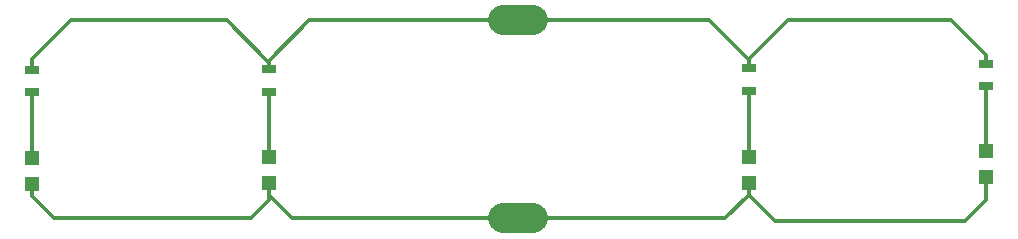
<source format=gbr>
G04 #@! TF.GenerationSoftware,KiCad,Pcbnew,(5.0.0)*
G04 #@! TF.CreationDate,2018-12-13T02:30:24-05:00*
G04 #@! TF.ProjectId,led,6C65642E6B696361645F706362000000,rev?*
G04 #@! TF.SameCoordinates,Original*
G04 #@! TF.FileFunction,Copper,L1,Top,Signal*
G04 #@! TF.FilePolarity,Positive*
%FSLAX46Y46*%
G04 Gerber Fmt 4.6, Leading zero omitted, Abs format (unit mm)*
G04 Created by KiCad (PCBNEW (5.0.0)) date 12/13/18 02:30:24*
%MOMM*%
%LPD*%
G01*
G04 APERTURE LIST*
G04 #@! TA.AperFunction,SMDPad,CuDef*
%ADD10R,1.200000X1.200000*%
G04 #@! TD*
G04 #@! TA.AperFunction,SMDPad,CuDef*
%ADD11R,1.300000X0.700000*%
G04 #@! TD*
G04 #@! TA.AperFunction,ComponentPad*
%ADD12C,1.400000*%
G04 #@! TD*
G04 #@! TA.AperFunction,Conductor*
%ADD13C,0.375000*%
G04 #@! TD*
G04 #@! TA.AperFunction,Conductor*
%ADD14C,2.540000*%
G04 #@! TD*
G04 APERTURE END LIST*
D10*
G04 #@! TO.P,D1,2*
G04 #@! TO.N,Net-(D1-Pad2)*
X3302000Y-15494000D03*
G04 #@! TO.P,D1,1*
G04 #@! TO.N,GND*
X3302000Y-17694000D03*
G04 #@! TD*
G04 #@! TO.P,D2,1*
G04 #@! TO.N,GND*
X23368000Y-17610000D03*
G04 #@! TO.P,D2,2*
G04 #@! TO.N,Net-(D2-Pad2)*
X23368000Y-15410000D03*
G04 #@! TD*
G04 #@! TO.P,D3,2*
G04 #@! TO.N,Net-(D3-Pad2)*
X64008000Y-15410000D03*
G04 #@! TO.P,D3,1*
G04 #@! TO.N,GND*
X64008000Y-17610000D03*
G04 #@! TD*
G04 #@! TO.P,D4,1*
G04 #@! TO.N,GND*
X84074000Y-17102000D03*
G04 #@! TO.P,D4,2*
G04 #@! TO.N,Net-(D4-Pad2)*
X84074000Y-14902000D03*
G04 #@! TD*
D11*
G04 #@! TO.P,R1,2*
G04 #@! TO.N,Net-(D1-Pad2)*
X3302000Y-9906000D03*
G04 #@! TO.P,R1,1*
G04 #@! TO.N,Net-(R1-Pad1)*
X3302000Y-8006000D03*
G04 #@! TD*
G04 #@! TO.P,R2,1*
G04 #@! TO.N,Net-(R1-Pad1)*
X23368000Y-7940000D03*
G04 #@! TO.P,R2,2*
G04 #@! TO.N,Net-(D2-Pad2)*
X23368000Y-9840000D03*
G04 #@! TD*
G04 #@! TO.P,R3,2*
G04 #@! TO.N,Net-(D3-Pad2)*
X64008000Y-9774000D03*
G04 #@! TO.P,R3,1*
G04 #@! TO.N,Net-(R1-Pad1)*
X64008000Y-7874000D03*
G04 #@! TD*
G04 #@! TO.P,R4,1*
G04 #@! TO.N,Net-(R1-Pad1)*
X84074000Y-7498000D03*
G04 #@! TO.P,R4,2*
G04 #@! TO.N,Net-(D4-Pad2)*
X84074000Y-9398000D03*
G04 #@! TD*
D12*
G04 #@! TO.P,TP1,1*
G04 #@! TO.N,Net-(R1-Pad1)*
X43180000Y-3810000D03*
X45720000Y-3810000D03*
G04 #@! TD*
G04 #@! TO.P,TP2,1*
G04 #@! TO.N,GND*
X43180000Y-20574000D03*
X45720000Y-20574000D03*
G04 #@! TD*
D13*
G04 #@! TO.N,Net-(D1-Pad2)*
X3302000Y-10631000D02*
X3302000Y-15494000D01*
X3302000Y-9906000D02*
X3302000Y-10631000D01*
G04 #@! TO.N,GND*
X23368000Y-19050000D02*
X23368000Y-17610000D01*
X21844000Y-20574000D02*
X23368000Y-19050000D01*
X42190051Y-20574000D02*
X43180000Y-20574000D01*
X25357000Y-20574000D02*
X42190051Y-20574000D01*
X23368000Y-18585000D02*
X25357000Y-20574000D01*
X23368000Y-17610000D02*
X23368000Y-18585000D01*
X64008000Y-18585000D02*
X64008000Y-17610000D01*
X62019000Y-20574000D02*
X64008000Y-18585000D01*
X45720000Y-20574000D02*
X62019000Y-20574000D01*
X66251000Y-20828000D02*
X64008000Y-18585000D01*
D14*
X43180000Y-20574000D02*
X45720000Y-20574000D01*
D13*
X5207000Y-20574000D02*
X21844000Y-20574000D01*
X3302000Y-18669000D02*
X5207000Y-20574000D01*
X3302000Y-17694000D02*
X3302000Y-18669000D01*
X66251000Y-20828000D02*
X82296000Y-20828000D01*
X84074000Y-19050000D02*
X84074000Y-17102000D01*
X82296000Y-20828000D02*
X84074000Y-19050000D01*
G04 #@! TO.N,Net-(D2-Pad2)*
X23368000Y-10565000D02*
X23368000Y-15410000D01*
X23368000Y-9840000D02*
X23368000Y-10565000D01*
G04 #@! TO.N,Net-(D3-Pad2)*
X64008000Y-15410000D02*
X64008000Y-9774000D01*
G04 #@! TO.N,Net-(D4-Pad2)*
X84074000Y-9398000D02*
X84074000Y-10123000D01*
X84074000Y-10123000D02*
X84074000Y-14902000D01*
G04 #@! TO.N,Net-(R1-Pad1)*
X23302000Y-8006000D02*
X23368000Y-7940000D01*
X26773000Y-3810000D02*
X23368000Y-7215000D01*
X43180000Y-3810000D02*
X26773000Y-3810000D01*
X64008000Y-7149000D02*
X64008000Y-7874000D01*
X60669000Y-3810000D02*
X64008000Y-7149000D01*
X45720000Y-3810000D02*
X60669000Y-3810000D01*
X64008000Y-7149000D02*
X64008000Y-7112000D01*
X64008000Y-7112000D02*
X67310000Y-3810000D01*
D14*
X43180000Y-3810000D02*
X45720000Y-3810000D01*
D13*
X23368000Y-7940000D02*
X23368000Y-7215000D01*
X23368000Y-7215000D02*
X23217000Y-7215000D01*
X23217000Y-7215000D02*
X19812000Y-3810000D01*
X19812000Y-3810000D02*
X6604000Y-3810000D01*
X3302000Y-7112000D02*
X3302000Y-8006000D01*
X6604000Y-3810000D02*
X3302000Y-7112000D01*
X81111000Y-3810000D02*
X67310000Y-3810000D01*
X84074000Y-6773000D02*
X81111000Y-3810000D01*
X84074000Y-7498000D02*
X84074000Y-6773000D01*
G04 #@! TD*
M02*

</source>
